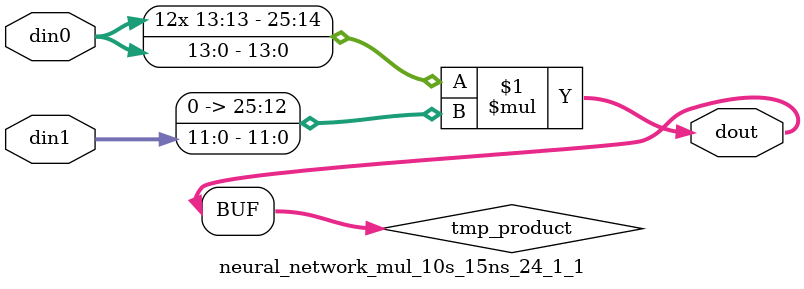
<source format=v>

`timescale 1 ns / 1 ps

  module neural_network_mul_10s_15ns_24_1_1(din0, din1, dout);
parameter ID = 1;
parameter NUM_STAGE = 0;
parameter din0_WIDTH = 14;
parameter din1_WIDTH = 12;
parameter dout_WIDTH = 26;

input [din0_WIDTH - 1 : 0] din0; 
input [din1_WIDTH - 1 : 0] din1; 
output [dout_WIDTH - 1 : 0] dout;

wire signed [dout_WIDTH - 1 : 0] tmp_product;












assign tmp_product = $signed(din0) * $signed({1'b0, din1});









assign dout = tmp_product;







endmodule

</source>
